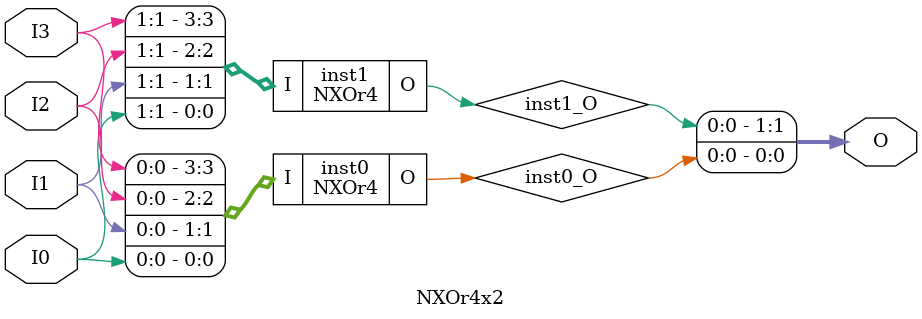
<source format=v>
module NXOr4 (input [3:0] I, output  O);
wire  inst0_O;
SB_LUT4 #(.LUT_INIT(16'h9669)) inst0 (.I0(I[0]), .I1(I[1]), .I2(I[2]), .I3(I[3]), .O(inst0_O));
assign O = inst0_O;
endmodule

module NXOr4x2 (input [1:0] I0, input [1:0] I1, input [1:0] I2, input [1:0] I3, output [1:0] O);
wire  inst0_O;
wire  inst1_O;
NXOr4 inst0 (.I({I3[0],I2[0],I1[0],I0[0]}), .O(inst0_O));
NXOr4 inst1 (.I({I3[1],I2[1],I1[1],I0[1]}), .O(inst1_O));
assign O = {inst1_O,inst0_O};
endmodule


</source>
